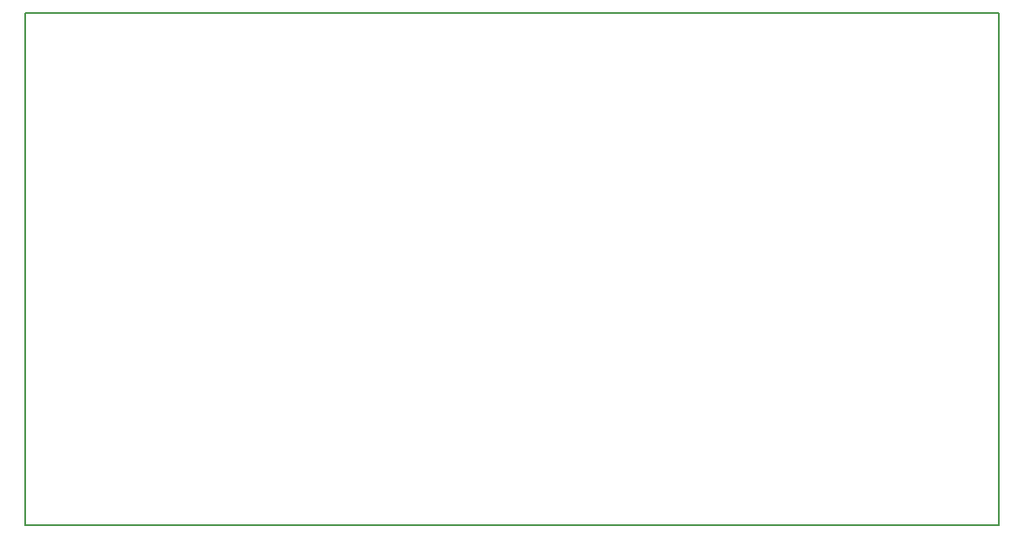
<source format=gbr>
%TF.GenerationSoftware,KiCad,Pcbnew,8.0.3*%
%TF.CreationDate,2024-07-04T12:22:57-04:00*%
%TF.ProjectId,vfd-tool,7666642d-746f-46f6-9c2e-6b696361645f,rev?*%
%TF.SameCoordinates,Original*%
%TF.FileFunction,Profile,NP*%
%FSLAX46Y46*%
G04 Gerber Fmt 4.6, Leading zero omitted, Abs format (unit mm)*
G04 Created by KiCad (PCBNEW 8.0.3) date 2024-07-04 12:22:57*
%MOMM*%
%LPD*%
G01*
G04 APERTURE LIST*
%TA.AperFunction,Profile*%
%ADD10C,0.200000*%
%TD*%
G04 APERTURE END LIST*
D10*
X141732000Y-73406000D02*
X236732000Y-73406000D01*
X236732000Y-123406000D01*
X141732000Y-123406000D01*
X141732000Y-73406000D01*
M02*

</source>
